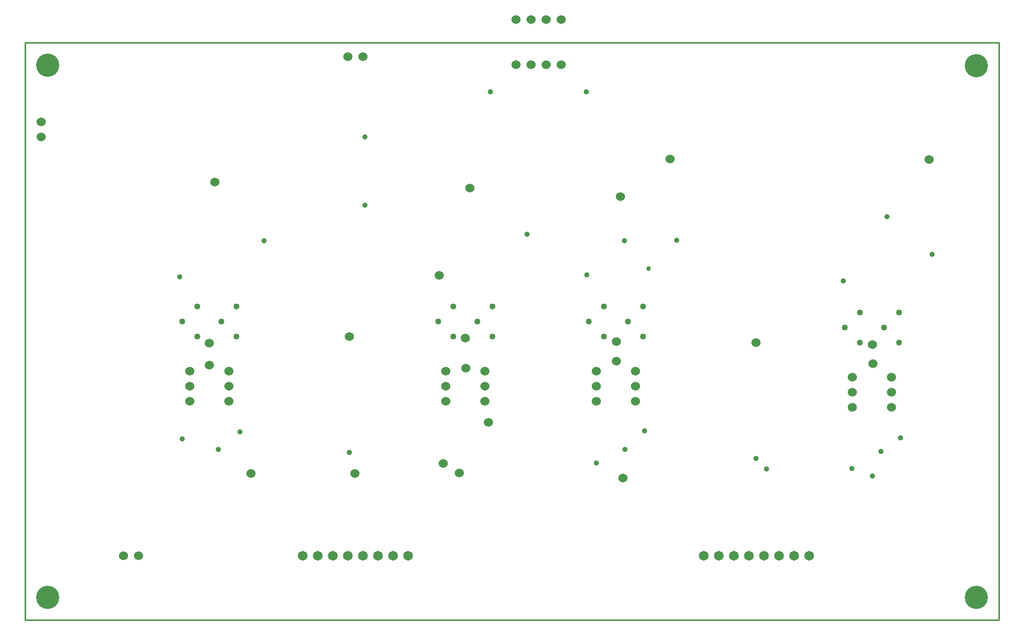
<source format=gbr>
G04 start of page 5 for group 4 idx 6 *
G04 Title: (unknown), signal3 *
G04 Creator: pcb 20110918 *
G04 CreationDate: Sun May 13 20:50:36 2012 UTC *
G04 For: mldelibero *
G04 Format: Gerber/RS-274X *
G04 PCB-Dimensions: 2000000 2000000 *
G04 PCB-Coordinate-Origin: lower left *
%MOIN*%
%FSLAX25Y25*%
%LNGROUP4*%
%ADD59C,0.0450*%
%ADD58C,0.0230*%
%ADD57C,0.1500*%
%ADD56C,0.0350*%
%ADD55C,0.0200*%
%ADD54C,0.1540*%
%ADD53C,0.0360*%
%ADD52C,0.0650*%
%ADD51C,0.0400*%
%ADD50C,0.0600*%
%ADD49C,0.0250*%
%ADD48C,0.0100*%
G54D48*X74100Y1553000D02*X720700D01*
Y1936800D01*
X74100D02*X720700D01*
X74100D02*Y1553000D01*
G54D49*X488159Y1786592D02*X488100Y1786651D01*
G54D50*X209500Y1698300D03*
X183500D03*
Y1708300D03*
X209500D03*
Y1718300D03*
X183500D03*
G54D51*X188500Y1741300D03*
Y1761300D03*
X178500Y1751300D03*
X214500Y1741300D03*
X204500Y1751300D03*
X214500Y1761300D03*
G54D50*X400000Y1922000D03*
X410000D03*
X420000D03*
X430000D03*
Y1952000D03*
X420000D03*
X410000D03*
X400000D03*
X288300Y1927500D03*
X298300D03*
X84700Y1884200D03*
Y1874200D03*
X379500Y1698300D03*
X353500D03*
X453500D03*
X379500Y1708300D03*
X353500D03*
X453500D03*
X379500Y1718300D03*
X353500D03*
X453500D03*
G54D51*X384500Y1741300D03*
Y1761300D03*
X374500Y1751300D03*
X358500Y1741300D03*
Y1761300D03*
X348500Y1751300D03*
X448500D03*
G54D50*X479500Y1698300D03*
Y1708300D03*
Y1718300D03*
G54D51*X484500Y1741300D03*
Y1761300D03*
X474500Y1751300D03*
X458500Y1741300D03*
Y1761300D03*
X628400Y1737500D03*
X654400D03*
X628400Y1757500D03*
X654400D03*
X618400Y1747500D03*
X644400D03*
G54D50*X623400Y1694500D03*
Y1704500D03*
Y1714500D03*
X649400Y1694500D03*
Y1704500D03*
Y1714500D03*
X149500Y1595700D03*
X139500D03*
G54D52*X258500D03*
X268500D03*
X278500D03*
X288500D03*
X298500D03*
X308500D03*
X318500D03*
X328500D03*
X524800D03*
X534800D03*
X544800D03*
X554800D03*
X564800D03*
X574800D03*
X584800D03*
X594800D03*
G54D53*X216700Y1678000D03*
G54D50*X381600Y1684400D03*
G54D53*X289500Y1664300D03*
X485300Y1678700D03*
X472300Y1666400D03*
X559400Y1660500D03*
G54D50*X369400Y1840000D03*
X366500Y1740500D03*
X366700Y1720300D03*
X349100Y1782200D03*
X351900Y1657100D03*
X362300Y1650700D03*
X289500Y1741300D03*
X293100Y1650600D03*
G54D53*X299600Y1828800D03*
Y1874000D03*
X383200Y1904200D03*
X178300Y1673300D03*
G54D50*X196500Y1722600D03*
Y1737100D03*
G54D53*X202500Y1666500D03*
G54D50*X224000Y1650600D03*
G54D53*X176700Y1781200D03*
X232700Y1805200D03*
G54D50*X200200Y1844200D03*
G54D54*X89100Y1921800D03*
Y1568100D03*
G54D53*X407400Y1809500D03*
X472200Y1805200D03*
X506900Y1805400D03*
G54D50*X559400Y1737500D03*
G54D53*X676500Y1796000D03*
X617300Y1778400D03*
G54D50*X636900Y1736000D03*
X637000Y1723600D03*
X466600Y1725200D03*
Y1738100D03*
G54D53*X453500Y1657500D03*
G54D50*X471100Y1647300D03*
G54D53*X623200Y1653900D03*
X642400Y1665100D03*
X655500Y1674200D03*
X636800Y1648800D03*
X566300Y1653400D03*
X447200Y1782300D03*
G54D50*X502500Y1859400D03*
X469300Y1834500D03*
G54D53*X446600Y1904000D03*
G54D50*X674300Y1859000D03*
G54D54*X705600Y1921400D03*
G54D53*X646300Y1821000D03*
G54D54*X705600Y1568100D03*
G54D55*G54D56*G54D55*G54D56*G54D55*G54D56*G54D55*G54D56*G54D55*G54D56*G54D57*G54D55*G54D56*G54D55*G54D56*G54D55*G54D56*G54D55*G54D56*G54D55*G54D56*G54D57*G54D55*G54D57*G54D51*G54D58*G54D51*G54D58*G54D51*G54D58*G54D51*G54D59*M02*

</source>
